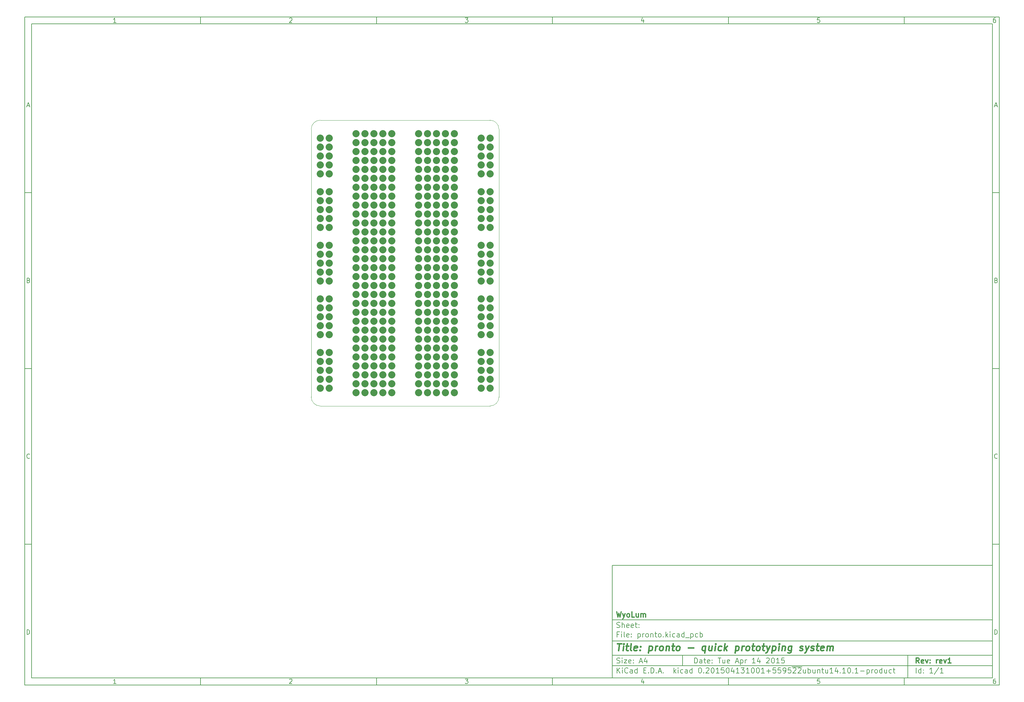
<source format=gts>
G04 #@! TF.FileFunction,Soldermask,Top*
%FSLAX46Y46*%
G04 Gerber Fmt 4.6, Leading zero omitted, Abs format (unit mm)*
G04 Created by KiCad (PCBNEW 0.201504131001+5595~22~ubuntu14.10.1-product) date Tue Apr 14 18:12:43 2015*
%MOMM*%
G01*
G04 APERTURE LIST*
%ADD10C,0.100000*%
%ADD11C,0.150000*%
%ADD12C,0.300000*%
%ADD13C,0.400000*%
%ADD14C,2.032000*%
G04 APERTURE END LIST*
D10*
D11*
X177002200Y-166007200D02*
X177002200Y-198007200D01*
X285002200Y-198007200D01*
X285002200Y-166007200D01*
X177002200Y-166007200D01*
D10*
D11*
X10000000Y-10000000D02*
X10000000Y-200007200D01*
X287002200Y-200007200D01*
X287002200Y-10000000D01*
X10000000Y-10000000D01*
D10*
D11*
X12000000Y-12000000D02*
X12000000Y-198007200D01*
X285002200Y-198007200D01*
X285002200Y-12000000D01*
X12000000Y-12000000D01*
D10*
D11*
X60000000Y-12000000D02*
X60000000Y-10000000D01*
D10*
D11*
X110000000Y-12000000D02*
X110000000Y-10000000D01*
D10*
D11*
X160000000Y-12000000D02*
X160000000Y-10000000D01*
D10*
D11*
X210000000Y-12000000D02*
X210000000Y-10000000D01*
D10*
D11*
X260000000Y-12000000D02*
X260000000Y-10000000D01*
D10*
D11*
X35990476Y-11588095D02*
X35247619Y-11588095D01*
X35619048Y-11588095D02*
X35619048Y-10288095D01*
X35495238Y-10473810D01*
X35371429Y-10597619D01*
X35247619Y-10659524D01*
D10*
D11*
X85247619Y-10411905D02*
X85309524Y-10350000D01*
X85433333Y-10288095D01*
X85742857Y-10288095D01*
X85866667Y-10350000D01*
X85928571Y-10411905D01*
X85990476Y-10535714D01*
X85990476Y-10659524D01*
X85928571Y-10845238D01*
X85185714Y-11588095D01*
X85990476Y-11588095D01*
D10*
D11*
X135185714Y-10288095D02*
X135990476Y-10288095D01*
X135557143Y-10783333D01*
X135742857Y-10783333D01*
X135866667Y-10845238D01*
X135928571Y-10907143D01*
X135990476Y-11030952D01*
X135990476Y-11340476D01*
X135928571Y-11464286D01*
X135866667Y-11526190D01*
X135742857Y-11588095D01*
X135371429Y-11588095D01*
X135247619Y-11526190D01*
X135185714Y-11464286D01*
D10*
D11*
X185866667Y-10721429D02*
X185866667Y-11588095D01*
X185557143Y-10226190D02*
X185247619Y-11154762D01*
X186052381Y-11154762D01*
D10*
D11*
X235928571Y-10288095D02*
X235309524Y-10288095D01*
X235247619Y-10907143D01*
X235309524Y-10845238D01*
X235433333Y-10783333D01*
X235742857Y-10783333D01*
X235866667Y-10845238D01*
X235928571Y-10907143D01*
X235990476Y-11030952D01*
X235990476Y-11340476D01*
X235928571Y-11464286D01*
X235866667Y-11526190D01*
X235742857Y-11588095D01*
X235433333Y-11588095D01*
X235309524Y-11526190D01*
X235247619Y-11464286D01*
D10*
D11*
X285866667Y-10288095D02*
X285619048Y-10288095D01*
X285495238Y-10350000D01*
X285433333Y-10411905D01*
X285309524Y-10597619D01*
X285247619Y-10845238D01*
X285247619Y-11340476D01*
X285309524Y-11464286D01*
X285371429Y-11526190D01*
X285495238Y-11588095D01*
X285742857Y-11588095D01*
X285866667Y-11526190D01*
X285928571Y-11464286D01*
X285990476Y-11340476D01*
X285990476Y-11030952D01*
X285928571Y-10907143D01*
X285866667Y-10845238D01*
X285742857Y-10783333D01*
X285495238Y-10783333D01*
X285371429Y-10845238D01*
X285309524Y-10907143D01*
X285247619Y-11030952D01*
D10*
D11*
X60000000Y-198007200D02*
X60000000Y-200007200D01*
D10*
D11*
X110000000Y-198007200D02*
X110000000Y-200007200D01*
D10*
D11*
X160000000Y-198007200D02*
X160000000Y-200007200D01*
D10*
D11*
X210000000Y-198007200D02*
X210000000Y-200007200D01*
D10*
D11*
X260000000Y-198007200D02*
X260000000Y-200007200D01*
D10*
D11*
X35990476Y-199595295D02*
X35247619Y-199595295D01*
X35619048Y-199595295D02*
X35619048Y-198295295D01*
X35495238Y-198481010D01*
X35371429Y-198604819D01*
X35247619Y-198666724D01*
D10*
D11*
X85247619Y-198419105D02*
X85309524Y-198357200D01*
X85433333Y-198295295D01*
X85742857Y-198295295D01*
X85866667Y-198357200D01*
X85928571Y-198419105D01*
X85990476Y-198542914D01*
X85990476Y-198666724D01*
X85928571Y-198852438D01*
X85185714Y-199595295D01*
X85990476Y-199595295D01*
D10*
D11*
X135185714Y-198295295D02*
X135990476Y-198295295D01*
X135557143Y-198790533D01*
X135742857Y-198790533D01*
X135866667Y-198852438D01*
X135928571Y-198914343D01*
X135990476Y-199038152D01*
X135990476Y-199347676D01*
X135928571Y-199471486D01*
X135866667Y-199533390D01*
X135742857Y-199595295D01*
X135371429Y-199595295D01*
X135247619Y-199533390D01*
X135185714Y-199471486D01*
D10*
D11*
X185866667Y-198728629D02*
X185866667Y-199595295D01*
X185557143Y-198233390D02*
X185247619Y-199161962D01*
X186052381Y-199161962D01*
D10*
D11*
X235928571Y-198295295D02*
X235309524Y-198295295D01*
X235247619Y-198914343D01*
X235309524Y-198852438D01*
X235433333Y-198790533D01*
X235742857Y-198790533D01*
X235866667Y-198852438D01*
X235928571Y-198914343D01*
X235990476Y-199038152D01*
X235990476Y-199347676D01*
X235928571Y-199471486D01*
X235866667Y-199533390D01*
X235742857Y-199595295D01*
X235433333Y-199595295D01*
X235309524Y-199533390D01*
X235247619Y-199471486D01*
D10*
D11*
X285866667Y-198295295D02*
X285619048Y-198295295D01*
X285495238Y-198357200D01*
X285433333Y-198419105D01*
X285309524Y-198604819D01*
X285247619Y-198852438D01*
X285247619Y-199347676D01*
X285309524Y-199471486D01*
X285371429Y-199533390D01*
X285495238Y-199595295D01*
X285742857Y-199595295D01*
X285866667Y-199533390D01*
X285928571Y-199471486D01*
X285990476Y-199347676D01*
X285990476Y-199038152D01*
X285928571Y-198914343D01*
X285866667Y-198852438D01*
X285742857Y-198790533D01*
X285495238Y-198790533D01*
X285371429Y-198852438D01*
X285309524Y-198914343D01*
X285247619Y-199038152D01*
D10*
D11*
X10000000Y-60000000D02*
X12000000Y-60000000D01*
D10*
D11*
X10000000Y-110000000D02*
X12000000Y-110000000D01*
D10*
D11*
X10000000Y-160000000D02*
X12000000Y-160000000D01*
D10*
D11*
X10690476Y-35216667D02*
X11309524Y-35216667D01*
X10566667Y-35588095D02*
X11000000Y-34288095D01*
X11433333Y-35588095D01*
D10*
D11*
X11092857Y-84907143D02*
X11278571Y-84969048D01*
X11340476Y-85030952D01*
X11402381Y-85154762D01*
X11402381Y-85340476D01*
X11340476Y-85464286D01*
X11278571Y-85526190D01*
X11154762Y-85588095D01*
X10659524Y-85588095D01*
X10659524Y-84288095D01*
X11092857Y-84288095D01*
X11216667Y-84350000D01*
X11278571Y-84411905D01*
X11340476Y-84535714D01*
X11340476Y-84659524D01*
X11278571Y-84783333D01*
X11216667Y-84845238D01*
X11092857Y-84907143D01*
X10659524Y-84907143D01*
D10*
D11*
X11402381Y-135464286D02*
X11340476Y-135526190D01*
X11154762Y-135588095D01*
X11030952Y-135588095D01*
X10845238Y-135526190D01*
X10721429Y-135402381D01*
X10659524Y-135278571D01*
X10597619Y-135030952D01*
X10597619Y-134845238D01*
X10659524Y-134597619D01*
X10721429Y-134473810D01*
X10845238Y-134350000D01*
X11030952Y-134288095D01*
X11154762Y-134288095D01*
X11340476Y-134350000D01*
X11402381Y-134411905D01*
D10*
D11*
X10659524Y-185588095D02*
X10659524Y-184288095D01*
X10969048Y-184288095D01*
X11154762Y-184350000D01*
X11278571Y-184473810D01*
X11340476Y-184597619D01*
X11402381Y-184845238D01*
X11402381Y-185030952D01*
X11340476Y-185278571D01*
X11278571Y-185402381D01*
X11154762Y-185526190D01*
X10969048Y-185588095D01*
X10659524Y-185588095D01*
D10*
D11*
X287002200Y-60000000D02*
X285002200Y-60000000D01*
D10*
D11*
X287002200Y-110000000D02*
X285002200Y-110000000D01*
D10*
D11*
X287002200Y-160000000D02*
X285002200Y-160000000D01*
D10*
D11*
X285692676Y-35216667D02*
X286311724Y-35216667D01*
X285568867Y-35588095D02*
X286002200Y-34288095D01*
X286435533Y-35588095D01*
D10*
D11*
X286095057Y-84907143D02*
X286280771Y-84969048D01*
X286342676Y-85030952D01*
X286404581Y-85154762D01*
X286404581Y-85340476D01*
X286342676Y-85464286D01*
X286280771Y-85526190D01*
X286156962Y-85588095D01*
X285661724Y-85588095D01*
X285661724Y-84288095D01*
X286095057Y-84288095D01*
X286218867Y-84350000D01*
X286280771Y-84411905D01*
X286342676Y-84535714D01*
X286342676Y-84659524D01*
X286280771Y-84783333D01*
X286218867Y-84845238D01*
X286095057Y-84907143D01*
X285661724Y-84907143D01*
D10*
D11*
X286404581Y-135464286D02*
X286342676Y-135526190D01*
X286156962Y-135588095D01*
X286033152Y-135588095D01*
X285847438Y-135526190D01*
X285723629Y-135402381D01*
X285661724Y-135278571D01*
X285599819Y-135030952D01*
X285599819Y-134845238D01*
X285661724Y-134597619D01*
X285723629Y-134473810D01*
X285847438Y-134350000D01*
X286033152Y-134288095D01*
X286156962Y-134288095D01*
X286342676Y-134350000D01*
X286404581Y-134411905D01*
D10*
D11*
X285661724Y-185588095D02*
X285661724Y-184288095D01*
X285971248Y-184288095D01*
X286156962Y-184350000D01*
X286280771Y-184473810D01*
X286342676Y-184597619D01*
X286404581Y-184845238D01*
X286404581Y-185030952D01*
X286342676Y-185278571D01*
X286280771Y-185402381D01*
X286156962Y-185526190D01*
X285971248Y-185588095D01*
X285661724Y-185588095D01*
D10*
D11*
X200359343Y-193785771D02*
X200359343Y-192285771D01*
X200716486Y-192285771D01*
X200930771Y-192357200D01*
X201073629Y-192500057D01*
X201145057Y-192642914D01*
X201216486Y-192928629D01*
X201216486Y-193142914D01*
X201145057Y-193428629D01*
X201073629Y-193571486D01*
X200930771Y-193714343D01*
X200716486Y-193785771D01*
X200359343Y-193785771D01*
X202502200Y-193785771D02*
X202502200Y-193000057D01*
X202430771Y-192857200D01*
X202287914Y-192785771D01*
X202002200Y-192785771D01*
X201859343Y-192857200D01*
X202502200Y-193714343D02*
X202359343Y-193785771D01*
X202002200Y-193785771D01*
X201859343Y-193714343D01*
X201787914Y-193571486D01*
X201787914Y-193428629D01*
X201859343Y-193285771D01*
X202002200Y-193214343D01*
X202359343Y-193214343D01*
X202502200Y-193142914D01*
X203002200Y-192785771D02*
X203573629Y-192785771D01*
X203216486Y-192285771D02*
X203216486Y-193571486D01*
X203287914Y-193714343D01*
X203430772Y-193785771D01*
X203573629Y-193785771D01*
X204645057Y-193714343D02*
X204502200Y-193785771D01*
X204216486Y-193785771D01*
X204073629Y-193714343D01*
X204002200Y-193571486D01*
X204002200Y-193000057D01*
X204073629Y-192857200D01*
X204216486Y-192785771D01*
X204502200Y-192785771D01*
X204645057Y-192857200D01*
X204716486Y-193000057D01*
X204716486Y-193142914D01*
X204002200Y-193285771D01*
X205359343Y-193642914D02*
X205430771Y-193714343D01*
X205359343Y-193785771D01*
X205287914Y-193714343D01*
X205359343Y-193642914D01*
X205359343Y-193785771D01*
X205359343Y-192857200D02*
X205430771Y-192928629D01*
X205359343Y-193000057D01*
X205287914Y-192928629D01*
X205359343Y-192857200D01*
X205359343Y-193000057D01*
X207002200Y-192285771D02*
X207859343Y-192285771D01*
X207430772Y-193785771D02*
X207430772Y-192285771D01*
X209002200Y-192785771D02*
X209002200Y-193785771D01*
X208359343Y-192785771D02*
X208359343Y-193571486D01*
X208430771Y-193714343D01*
X208573629Y-193785771D01*
X208787914Y-193785771D01*
X208930771Y-193714343D01*
X209002200Y-193642914D01*
X210287914Y-193714343D02*
X210145057Y-193785771D01*
X209859343Y-193785771D01*
X209716486Y-193714343D01*
X209645057Y-193571486D01*
X209645057Y-193000057D01*
X209716486Y-192857200D01*
X209859343Y-192785771D01*
X210145057Y-192785771D01*
X210287914Y-192857200D01*
X210359343Y-193000057D01*
X210359343Y-193142914D01*
X209645057Y-193285771D01*
X212073628Y-193357200D02*
X212787914Y-193357200D01*
X211930771Y-193785771D02*
X212430771Y-192285771D01*
X212930771Y-193785771D01*
X213430771Y-192785771D02*
X213430771Y-194285771D01*
X213430771Y-192857200D02*
X213573628Y-192785771D01*
X213859342Y-192785771D01*
X214002199Y-192857200D01*
X214073628Y-192928629D01*
X214145057Y-193071486D01*
X214145057Y-193500057D01*
X214073628Y-193642914D01*
X214002199Y-193714343D01*
X213859342Y-193785771D01*
X213573628Y-193785771D01*
X213430771Y-193714343D01*
X214787914Y-193785771D02*
X214787914Y-192785771D01*
X214787914Y-193071486D02*
X214859342Y-192928629D01*
X214930771Y-192857200D01*
X215073628Y-192785771D01*
X215216485Y-192785771D01*
X217645056Y-193785771D02*
X216787913Y-193785771D01*
X217216485Y-193785771D02*
X217216485Y-192285771D01*
X217073628Y-192500057D01*
X216930770Y-192642914D01*
X216787913Y-192714343D01*
X218930770Y-192785771D02*
X218930770Y-193785771D01*
X218573627Y-192214343D02*
X218216484Y-193285771D01*
X219145056Y-193285771D01*
X220787912Y-192428629D02*
X220859341Y-192357200D01*
X221002198Y-192285771D01*
X221359341Y-192285771D01*
X221502198Y-192357200D01*
X221573627Y-192428629D01*
X221645055Y-192571486D01*
X221645055Y-192714343D01*
X221573627Y-192928629D01*
X220716484Y-193785771D01*
X221645055Y-193785771D01*
X222573626Y-192285771D02*
X222716483Y-192285771D01*
X222859340Y-192357200D01*
X222930769Y-192428629D01*
X223002198Y-192571486D01*
X223073626Y-192857200D01*
X223073626Y-193214343D01*
X223002198Y-193500057D01*
X222930769Y-193642914D01*
X222859340Y-193714343D01*
X222716483Y-193785771D01*
X222573626Y-193785771D01*
X222430769Y-193714343D01*
X222359340Y-193642914D01*
X222287912Y-193500057D01*
X222216483Y-193214343D01*
X222216483Y-192857200D01*
X222287912Y-192571486D01*
X222359340Y-192428629D01*
X222430769Y-192357200D01*
X222573626Y-192285771D01*
X224502197Y-193785771D02*
X223645054Y-193785771D01*
X224073626Y-193785771D02*
X224073626Y-192285771D01*
X223930769Y-192500057D01*
X223787911Y-192642914D01*
X223645054Y-192714343D01*
X225859340Y-192285771D02*
X225145054Y-192285771D01*
X225073625Y-193000057D01*
X225145054Y-192928629D01*
X225287911Y-192857200D01*
X225645054Y-192857200D01*
X225787911Y-192928629D01*
X225859340Y-193000057D01*
X225930768Y-193142914D01*
X225930768Y-193500057D01*
X225859340Y-193642914D01*
X225787911Y-193714343D01*
X225645054Y-193785771D01*
X225287911Y-193785771D01*
X225145054Y-193714343D01*
X225073625Y-193642914D01*
D10*
D11*
X177002200Y-194507200D02*
X285002200Y-194507200D01*
D10*
D11*
X178359343Y-196585771D02*
X178359343Y-195085771D01*
X179216486Y-196585771D02*
X178573629Y-195728629D01*
X179216486Y-195085771D02*
X178359343Y-195942914D01*
X179859343Y-196585771D02*
X179859343Y-195585771D01*
X179859343Y-195085771D02*
X179787914Y-195157200D01*
X179859343Y-195228629D01*
X179930771Y-195157200D01*
X179859343Y-195085771D01*
X179859343Y-195228629D01*
X181430772Y-196442914D02*
X181359343Y-196514343D01*
X181145057Y-196585771D01*
X181002200Y-196585771D01*
X180787915Y-196514343D01*
X180645057Y-196371486D01*
X180573629Y-196228629D01*
X180502200Y-195942914D01*
X180502200Y-195728629D01*
X180573629Y-195442914D01*
X180645057Y-195300057D01*
X180787915Y-195157200D01*
X181002200Y-195085771D01*
X181145057Y-195085771D01*
X181359343Y-195157200D01*
X181430772Y-195228629D01*
X182716486Y-196585771D02*
X182716486Y-195800057D01*
X182645057Y-195657200D01*
X182502200Y-195585771D01*
X182216486Y-195585771D01*
X182073629Y-195657200D01*
X182716486Y-196514343D02*
X182573629Y-196585771D01*
X182216486Y-196585771D01*
X182073629Y-196514343D01*
X182002200Y-196371486D01*
X182002200Y-196228629D01*
X182073629Y-196085771D01*
X182216486Y-196014343D01*
X182573629Y-196014343D01*
X182716486Y-195942914D01*
X184073629Y-196585771D02*
X184073629Y-195085771D01*
X184073629Y-196514343D02*
X183930772Y-196585771D01*
X183645058Y-196585771D01*
X183502200Y-196514343D01*
X183430772Y-196442914D01*
X183359343Y-196300057D01*
X183359343Y-195871486D01*
X183430772Y-195728629D01*
X183502200Y-195657200D01*
X183645058Y-195585771D01*
X183930772Y-195585771D01*
X184073629Y-195657200D01*
X185930772Y-195800057D02*
X186430772Y-195800057D01*
X186645058Y-196585771D02*
X185930772Y-196585771D01*
X185930772Y-195085771D01*
X186645058Y-195085771D01*
X187287915Y-196442914D02*
X187359343Y-196514343D01*
X187287915Y-196585771D01*
X187216486Y-196514343D01*
X187287915Y-196442914D01*
X187287915Y-196585771D01*
X188002201Y-196585771D02*
X188002201Y-195085771D01*
X188359344Y-195085771D01*
X188573629Y-195157200D01*
X188716487Y-195300057D01*
X188787915Y-195442914D01*
X188859344Y-195728629D01*
X188859344Y-195942914D01*
X188787915Y-196228629D01*
X188716487Y-196371486D01*
X188573629Y-196514343D01*
X188359344Y-196585771D01*
X188002201Y-196585771D01*
X189502201Y-196442914D02*
X189573629Y-196514343D01*
X189502201Y-196585771D01*
X189430772Y-196514343D01*
X189502201Y-196442914D01*
X189502201Y-196585771D01*
X190145058Y-196157200D02*
X190859344Y-196157200D01*
X190002201Y-196585771D02*
X190502201Y-195085771D01*
X191002201Y-196585771D01*
X191502201Y-196442914D02*
X191573629Y-196514343D01*
X191502201Y-196585771D01*
X191430772Y-196514343D01*
X191502201Y-196442914D01*
X191502201Y-196585771D01*
X194502201Y-196585771D02*
X194502201Y-195085771D01*
X194645058Y-196014343D02*
X195073629Y-196585771D01*
X195073629Y-195585771D02*
X194502201Y-196157200D01*
X195716487Y-196585771D02*
X195716487Y-195585771D01*
X195716487Y-195085771D02*
X195645058Y-195157200D01*
X195716487Y-195228629D01*
X195787915Y-195157200D01*
X195716487Y-195085771D01*
X195716487Y-195228629D01*
X197073630Y-196514343D02*
X196930773Y-196585771D01*
X196645059Y-196585771D01*
X196502201Y-196514343D01*
X196430773Y-196442914D01*
X196359344Y-196300057D01*
X196359344Y-195871486D01*
X196430773Y-195728629D01*
X196502201Y-195657200D01*
X196645059Y-195585771D01*
X196930773Y-195585771D01*
X197073630Y-195657200D01*
X198359344Y-196585771D02*
X198359344Y-195800057D01*
X198287915Y-195657200D01*
X198145058Y-195585771D01*
X197859344Y-195585771D01*
X197716487Y-195657200D01*
X198359344Y-196514343D02*
X198216487Y-196585771D01*
X197859344Y-196585771D01*
X197716487Y-196514343D01*
X197645058Y-196371486D01*
X197645058Y-196228629D01*
X197716487Y-196085771D01*
X197859344Y-196014343D01*
X198216487Y-196014343D01*
X198359344Y-195942914D01*
X199716487Y-196585771D02*
X199716487Y-195085771D01*
X199716487Y-196514343D02*
X199573630Y-196585771D01*
X199287916Y-196585771D01*
X199145058Y-196514343D01*
X199073630Y-196442914D01*
X199002201Y-196300057D01*
X199002201Y-195871486D01*
X199073630Y-195728629D01*
X199145058Y-195657200D01*
X199287916Y-195585771D01*
X199573630Y-195585771D01*
X199716487Y-195657200D01*
X201859344Y-195085771D02*
X202002201Y-195085771D01*
X202145058Y-195157200D01*
X202216487Y-195228629D01*
X202287916Y-195371486D01*
X202359344Y-195657200D01*
X202359344Y-196014343D01*
X202287916Y-196300057D01*
X202216487Y-196442914D01*
X202145058Y-196514343D01*
X202002201Y-196585771D01*
X201859344Y-196585771D01*
X201716487Y-196514343D01*
X201645058Y-196442914D01*
X201573630Y-196300057D01*
X201502201Y-196014343D01*
X201502201Y-195657200D01*
X201573630Y-195371486D01*
X201645058Y-195228629D01*
X201716487Y-195157200D01*
X201859344Y-195085771D01*
X203002201Y-196442914D02*
X203073629Y-196514343D01*
X203002201Y-196585771D01*
X202930772Y-196514343D01*
X203002201Y-196442914D01*
X203002201Y-196585771D01*
X203645058Y-195228629D02*
X203716487Y-195157200D01*
X203859344Y-195085771D01*
X204216487Y-195085771D01*
X204359344Y-195157200D01*
X204430773Y-195228629D01*
X204502201Y-195371486D01*
X204502201Y-195514343D01*
X204430773Y-195728629D01*
X203573630Y-196585771D01*
X204502201Y-196585771D01*
X205430772Y-195085771D02*
X205573629Y-195085771D01*
X205716486Y-195157200D01*
X205787915Y-195228629D01*
X205859344Y-195371486D01*
X205930772Y-195657200D01*
X205930772Y-196014343D01*
X205859344Y-196300057D01*
X205787915Y-196442914D01*
X205716486Y-196514343D01*
X205573629Y-196585771D01*
X205430772Y-196585771D01*
X205287915Y-196514343D01*
X205216486Y-196442914D01*
X205145058Y-196300057D01*
X205073629Y-196014343D01*
X205073629Y-195657200D01*
X205145058Y-195371486D01*
X205216486Y-195228629D01*
X205287915Y-195157200D01*
X205430772Y-195085771D01*
X207359343Y-196585771D02*
X206502200Y-196585771D01*
X206930772Y-196585771D02*
X206930772Y-195085771D01*
X206787915Y-195300057D01*
X206645057Y-195442914D01*
X206502200Y-195514343D01*
X208716486Y-195085771D02*
X208002200Y-195085771D01*
X207930771Y-195800057D01*
X208002200Y-195728629D01*
X208145057Y-195657200D01*
X208502200Y-195657200D01*
X208645057Y-195728629D01*
X208716486Y-195800057D01*
X208787914Y-195942914D01*
X208787914Y-196300057D01*
X208716486Y-196442914D01*
X208645057Y-196514343D01*
X208502200Y-196585771D01*
X208145057Y-196585771D01*
X208002200Y-196514343D01*
X207930771Y-196442914D01*
X209716485Y-195085771D02*
X209859342Y-195085771D01*
X210002199Y-195157200D01*
X210073628Y-195228629D01*
X210145057Y-195371486D01*
X210216485Y-195657200D01*
X210216485Y-196014343D01*
X210145057Y-196300057D01*
X210073628Y-196442914D01*
X210002199Y-196514343D01*
X209859342Y-196585771D01*
X209716485Y-196585771D01*
X209573628Y-196514343D01*
X209502199Y-196442914D01*
X209430771Y-196300057D01*
X209359342Y-196014343D01*
X209359342Y-195657200D01*
X209430771Y-195371486D01*
X209502199Y-195228629D01*
X209573628Y-195157200D01*
X209716485Y-195085771D01*
X211502199Y-195585771D02*
X211502199Y-196585771D01*
X211145056Y-195014343D02*
X210787913Y-196085771D01*
X211716485Y-196085771D01*
X213073627Y-196585771D02*
X212216484Y-196585771D01*
X212645056Y-196585771D02*
X212645056Y-195085771D01*
X212502199Y-195300057D01*
X212359341Y-195442914D01*
X212216484Y-195514343D01*
X213573627Y-195085771D02*
X214502198Y-195085771D01*
X214002198Y-195657200D01*
X214216484Y-195657200D01*
X214359341Y-195728629D01*
X214430770Y-195800057D01*
X214502198Y-195942914D01*
X214502198Y-196300057D01*
X214430770Y-196442914D01*
X214359341Y-196514343D01*
X214216484Y-196585771D01*
X213787912Y-196585771D01*
X213645055Y-196514343D01*
X213573627Y-196442914D01*
X215930769Y-196585771D02*
X215073626Y-196585771D01*
X215502198Y-196585771D02*
X215502198Y-195085771D01*
X215359341Y-195300057D01*
X215216483Y-195442914D01*
X215073626Y-195514343D01*
X216859340Y-195085771D02*
X217002197Y-195085771D01*
X217145054Y-195157200D01*
X217216483Y-195228629D01*
X217287912Y-195371486D01*
X217359340Y-195657200D01*
X217359340Y-196014343D01*
X217287912Y-196300057D01*
X217216483Y-196442914D01*
X217145054Y-196514343D01*
X217002197Y-196585771D01*
X216859340Y-196585771D01*
X216716483Y-196514343D01*
X216645054Y-196442914D01*
X216573626Y-196300057D01*
X216502197Y-196014343D01*
X216502197Y-195657200D01*
X216573626Y-195371486D01*
X216645054Y-195228629D01*
X216716483Y-195157200D01*
X216859340Y-195085771D01*
X218287911Y-195085771D02*
X218430768Y-195085771D01*
X218573625Y-195157200D01*
X218645054Y-195228629D01*
X218716483Y-195371486D01*
X218787911Y-195657200D01*
X218787911Y-196014343D01*
X218716483Y-196300057D01*
X218645054Y-196442914D01*
X218573625Y-196514343D01*
X218430768Y-196585771D01*
X218287911Y-196585771D01*
X218145054Y-196514343D01*
X218073625Y-196442914D01*
X218002197Y-196300057D01*
X217930768Y-196014343D01*
X217930768Y-195657200D01*
X218002197Y-195371486D01*
X218073625Y-195228629D01*
X218145054Y-195157200D01*
X218287911Y-195085771D01*
X220216482Y-196585771D02*
X219359339Y-196585771D01*
X219787911Y-196585771D02*
X219787911Y-195085771D01*
X219645054Y-195300057D01*
X219502196Y-195442914D01*
X219359339Y-195514343D01*
X220859339Y-196014343D02*
X222002196Y-196014343D01*
X221430767Y-196585771D02*
X221430767Y-195442914D01*
X223430768Y-195085771D02*
X222716482Y-195085771D01*
X222645053Y-195800057D01*
X222716482Y-195728629D01*
X222859339Y-195657200D01*
X223216482Y-195657200D01*
X223359339Y-195728629D01*
X223430768Y-195800057D01*
X223502196Y-195942914D01*
X223502196Y-196300057D01*
X223430768Y-196442914D01*
X223359339Y-196514343D01*
X223216482Y-196585771D01*
X222859339Y-196585771D01*
X222716482Y-196514343D01*
X222645053Y-196442914D01*
X224859339Y-195085771D02*
X224145053Y-195085771D01*
X224073624Y-195800057D01*
X224145053Y-195728629D01*
X224287910Y-195657200D01*
X224645053Y-195657200D01*
X224787910Y-195728629D01*
X224859339Y-195800057D01*
X224930767Y-195942914D01*
X224930767Y-196300057D01*
X224859339Y-196442914D01*
X224787910Y-196514343D01*
X224645053Y-196585771D01*
X224287910Y-196585771D01*
X224145053Y-196514343D01*
X224073624Y-196442914D01*
X225645052Y-196585771D02*
X225930767Y-196585771D01*
X226073624Y-196514343D01*
X226145052Y-196442914D01*
X226287910Y-196228629D01*
X226359338Y-195942914D01*
X226359338Y-195371486D01*
X226287910Y-195228629D01*
X226216481Y-195157200D01*
X226073624Y-195085771D01*
X225787910Y-195085771D01*
X225645052Y-195157200D01*
X225573624Y-195228629D01*
X225502195Y-195371486D01*
X225502195Y-195728629D01*
X225573624Y-195871486D01*
X225645052Y-195942914D01*
X225787910Y-196014343D01*
X226073624Y-196014343D01*
X226216481Y-195942914D01*
X226287910Y-195871486D01*
X226359338Y-195728629D01*
X227716481Y-195085771D02*
X227002195Y-195085771D01*
X226930766Y-195800057D01*
X227002195Y-195728629D01*
X227145052Y-195657200D01*
X227502195Y-195657200D01*
X227645052Y-195728629D01*
X227716481Y-195800057D01*
X227787909Y-195942914D01*
X227787909Y-196300057D01*
X227716481Y-196442914D01*
X227645052Y-196514343D01*
X227502195Y-196585771D01*
X227145052Y-196585771D01*
X227002195Y-196514343D01*
X226930766Y-196442914D01*
X228359337Y-195228629D02*
X228430766Y-195157200D01*
X228573623Y-195085771D01*
X228930766Y-195085771D01*
X229073623Y-195157200D01*
X229145052Y-195228629D01*
X229216480Y-195371486D01*
X229216480Y-195514343D01*
X229145052Y-195728629D01*
X228287909Y-196585771D01*
X229216480Y-196585771D01*
X229787908Y-195228629D02*
X229859337Y-195157200D01*
X230002194Y-195085771D01*
X230359337Y-195085771D01*
X230502194Y-195157200D01*
X230573623Y-195228629D01*
X230645051Y-195371486D01*
X230645051Y-195514343D01*
X230573623Y-195728629D01*
X229716480Y-196585771D01*
X230645051Y-196585771D01*
X228073623Y-194827200D02*
X230930765Y-194827200D01*
X231930765Y-195585771D02*
X231930765Y-196585771D01*
X231287908Y-195585771D02*
X231287908Y-196371486D01*
X231359336Y-196514343D01*
X231502194Y-196585771D01*
X231716479Y-196585771D01*
X231859336Y-196514343D01*
X231930765Y-196442914D01*
X232645051Y-196585771D02*
X232645051Y-195085771D01*
X232645051Y-195657200D02*
X232787908Y-195585771D01*
X233073622Y-195585771D01*
X233216479Y-195657200D01*
X233287908Y-195728629D01*
X233359337Y-195871486D01*
X233359337Y-196300057D01*
X233287908Y-196442914D01*
X233216479Y-196514343D01*
X233073622Y-196585771D01*
X232787908Y-196585771D01*
X232645051Y-196514343D01*
X234645051Y-195585771D02*
X234645051Y-196585771D01*
X234002194Y-195585771D02*
X234002194Y-196371486D01*
X234073622Y-196514343D01*
X234216480Y-196585771D01*
X234430765Y-196585771D01*
X234573622Y-196514343D01*
X234645051Y-196442914D01*
X235359337Y-195585771D02*
X235359337Y-196585771D01*
X235359337Y-195728629D02*
X235430765Y-195657200D01*
X235573623Y-195585771D01*
X235787908Y-195585771D01*
X235930765Y-195657200D01*
X236002194Y-195800057D01*
X236002194Y-196585771D01*
X236502194Y-195585771D02*
X237073623Y-195585771D01*
X236716480Y-195085771D02*
X236716480Y-196371486D01*
X236787908Y-196514343D01*
X236930766Y-196585771D01*
X237073623Y-196585771D01*
X238216480Y-195585771D02*
X238216480Y-196585771D01*
X237573623Y-195585771D02*
X237573623Y-196371486D01*
X237645051Y-196514343D01*
X237787909Y-196585771D01*
X238002194Y-196585771D01*
X238145051Y-196514343D01*
X238216480Y-196442914D01*
X239716480Y-196585771D02*
X238859337Y-196585771D01*
X239287909Y-196585771D02*
X239287909Y-195085771D01*
X239145052Y-195300057D01*
X239002194Y-195442914D01*
X238859337Y-195514343D01*
X241002194Y-195585771D02*
X241002194Y-196585771D01*
X240645051Y-195014343D02*
X240287908Y-196085771D01*
X241216480Y-196085771D01*
X241787908Y-196442914D02*
X241859336Y-196514343D01*
X241787908Y-196585771D01*
X241716479Y-196514343D01*
X241787908Y-196442914D01*
X241787908Y-196585771D01*
X243287908Y-196585771D02*
X242430765Y-196585771D01*
X242859337Y-196585771D02*
X242859337Y-195085771D01*
X242716480Y-195300057D01*
X242573622Y-195442914D01*
X242430765Y-195514343D01*
X244216479Y-195085771D02*
X244359336Y-195085771D01*
X244502193Y-195157200D01*
X244573622Y-195228629D01*
X244645051Y-195371486D01*
X244716479Y-195657200D01*
X244716479Y-196014343D01*
X244645051Y-196300057D01*
X244573622Y-196442914D01*
X244502193Y-196514343D01*
X244359336Y-196585771D01*
X244216479Y-196585771D01*
X244073622Y-196514343D01*
X244002193Y-196442914D01*
X243930765Y-196300057D01*
X243859336Y-196014343D01*
X243859336Y-195657200D01*
X243930765Y-195371486D01*
X244002193Y-195228629D01*
X244073622Y-195157200D01*
X244216479Y-195085771D01*
X245359336Y-196442914D02*
X245430764Y-196514343D01*
X245359336Y-196585771D01*
X245287907Y-196514343D01*
X245359336Y-196442914D01*
X245359336Y-196585771D01*
X246859336Y-196585771D02*
X246002193Y-196585771D01*
X246430765Y-196585771D02*
X246430765Y-195085771D01*
X246287908Y-195300057D01*
X246145050Y-195442914D01*
X246002193Y-195514343D01*
X247502193Y-196014343D02*
X248645050Y-196014343D01*
X249359336Y-195585771D02*
X249359336Y-197085771D01*
X249359336Y-195657200D02*
X249502193Y-195585771D01*
X249787907Y-195585771D01*
X249930764Y-195657200D01*
X250002193Y-195728629D01*
X250073622Y-195871486D01*
X250073622Y-196300057D01*
X250002193Y-196442914D01*
X249930764Y-196514343D01*
X249787907Y-196585771D01*
X249502193Y-196585771D01*
X249359336Y-196514343D01*
X250716479Y-196585771D02*
X250716479Y-195585771D01*
X250716479Y-195871486D02*
X250787907Y-195728629D01*
X250859336Y-195657200D01*
X251002193Y-195585771D01*
X251145050Y-195585771D01*
X251859336Y-196585771D02*
X251716478Y-196514343D01*
X251645050Y-196442914D01*
X251573621Y-196300057D01*
X251573621Y-195871486D01*
X251645050Y-195728629D01*
X251716478Y-195657200D01*
X251859336Y-195585771D01*
X252073621Y-195585771D01*
X252216478Y-195657200D01*
X252287907Y-195728629D01*
X252359336Y-195871486D01*
X252359336Y-196300057D01*
X252287907Y-196442914D01*
X252216478Y-196514343D01*
X252073621Y-196585771D01*
X251859336Y-196585771D01*
X253645050Y-196585771D02*
X253645050Y-195085771D01*
X253645050Y-196514343D02*
X253502193Y-196585771D01*
X253216479Y-196585771D01*
X253073621Y-196514343D01*
X253002193Y-196442914D01*
X252930764Y-196300057D01*
X252930764Y-195871486D01*
X253002193Y-195728629D01*
X253073621Y-195657200D01*
X253216479Y-195585771D01*
X253502193Y-195585771D01*
X253645050Y-195657200D01*
X255002193Y-195585771D02*
X255002193Y-196585771D01*
X254359336Y-195585771D02*
X254359336Y-196371486D01*
X254430764Y-196514343D01*
X254573622Y-196585771D01*
X254787907Y-196585771D01*
X254930764Y-196514343D01*
X255002193Y-196442914D01*
X256359336Y-196514343D02*
X256216479Y-196585771D01*
X255930765Y-196585771D01*
X255787907Y-196514343D01*
X255716479Y-196442914D01*
X255645050Y-196300057D01*
X255645050Y-195871486D01*
X255716479Y-195728629D01*
X255787907Y-195657200D01*
X255930765Y-195585771D01*
X256216479Y-195585771D01*
X256359336Y-195657200D01*
X256787907Y-195585771D02*
X257359336Y-195585771D01*
X257002193Y-195085771D02*
X257002193Y-196371486D01*
X257073621Y-196514343D01*
X257216479Y-196585771D01*
X257359336Y-196585771D01*
D10*
D11*
X177002200Y-191507200D02*
X285002200Y-191507200D01*
D10*
D12*
X264216486Y-193785771D02*
X263716486Y-193071486D01*
X263359343Y-193785771D02*
X263359343Y-192285771D01*
X263930771Y-192285771D01*
X264073629Y-192357200D01*
X264145057Y-192428629D01*
X264216486Y-192571486D01*
X264216486Y-192785771D01*
X264145057Y-192928629D01*
X264073629Y-193000057D01*
X263930771Y-193071486D01*
X263359343Y-193071486D01*
X265430771Y-193714343D02*
X265287914Y-193785771D01*
X265002200Y-193785771D01*
X264859343Y-193714343D01*
X264787914Y-193571486D01*
X264787914Y-193000057D01*
X264859343Y-192857200D01*
X265002200Y-192785771D01*
X265287914Y-192785771D01*
X265430771Y-192857200D01*
X265502200Y-193000057D01*
X265502200Y-193142914D01*
X264787914Y-193285771D01*
X266002200Y-192785771D02*
X266359343Y-193785771D01*
X266716485Y-192785771D01*
X267287914Y-193642914D02*
X267359342Y-193714343D01*
X267287914Y-193785771D01*
X267216485Y-193714343D01*
X267287914Y-193642914D01*
X267287914Y-193785771D01*
X267287914Y-192857200D02*
X267359342Y-192928629D01*
X267287914Y-193000057D01*
X267216485Y-192928629D01*
X267287914Y-192857200D01*
X267287914Y-193000057D01*
X269145057Y-193785771D02*
X269145057Y-192785771D01*
X269145057Y-193071486D02*
X269216485Y-192928629D01*
X269287914Y-192857200D01*
X269430771Y-192785771D01*
X269573628Y-192785771D01*
X270645056Y-193714343D02*
X270502199Y-193785771D01*
X270216485Y-193785771D01*
X270073628Y-193714343D01*
X270002199Y-193571486D01*
X270002199Y-193000057D01*
X270073628Y-192857200D01*
X270216485Y-192785771D01*
X270502199Y-192785771D01*
X270645056Y-192857200D01*
X270716485Y-193000057D01*
X270716485Y-193142914D01*
X270002199Y-193285771D01*
X271216485Y-192785771D02*
X271573628Y-193785771D01*
X271930770Y-192785771D01*
X273287913Y-193785771D02*
X272430770Y-193785771D01*
X272859342Y-193785771D02*
X272859342Y-192285771D01*
X272716485Y-192500057D01*
X272573627Y-192642914D01*
X272430770Y-192714343D01*
D10*
D11*
X178287914Y-193714343D02*
X178502200Y-193785771D01*
X178859343Y-193785771D01*
X179002200Y-193714343D01*
X179073629Y-193642914D01*
X179145057Y-193500057D01*
X179145057Y-193357200D01*
X179073629Y-193214343D01*
X179002200Y-193142914D01*
X178859343Y-193071486D01*
X178573629Y-193000057D01*
X178430771Y-192928629D01*
X178359343Y-192857200D01*
X178287914Y-192714343D01*
X178287914Y-192571486D01*
X178359343Y-192428629D01*
X178430771Y-192357200D01*
X178573629Y-192285771D01*
X178930771Y-192285771D01*
X179145057Y-192357200D01*
X179787914Y-193785771D02*
X179787914Y-192785771D01*
X179787914Y-192285771D02*
X179716485Y-192357200D01*
X179787914Y-192428629D01*
X179859342Y-192357200D01*
X179787914Y-192285771D01*
X179787914Y-192428629D01*
X180359343Y-192785771D02*
X181145057Y-192785771D01*
X180359343Y-193785771D01*
X181145057Y-193785771D01*
X182287914Y-193714343D02*
X182145057Y-193785771D01*
X181859343Y-193785771D01*
X181716486Y-193714343D01*
X181645057Y-193571486D01*
X181645057Y-193000057D01*
X181716486Y-192857200D01*
X181859343Y-192785771D01*
X182145057Y-192785771D01*
X182287914Y-192857200D01*
X182359343Y-193000057D01*
X182359343Y-193142914D01*
X181645057Y-193285771D01*
X183002200Y-193642914D02*
X183073628Y-193714343D01*
X183002200Y-193785771D01*
X182930771Y-193714343D01*
X183002200Y-193642914D01*
X183002200Y-193785771D01*
X183002200Y-192857200D02*
X183073628Y-192928629D01*
X183002200Y-193000057D01*
X182930771Y-192928629D01*
X183002200Y-192857200D01*
X183002200Y-193000057D01*
X184787914Y-193357200D02*
X185502200Y-193357200D01*
X184645057Y-193785771D02*
X185145057Y-192285771D01*
X185645057Y-193785771D01*
X186787914Y-192785771D02*
X186787914Y-193785771D01*
X186430771Y-192214343D02*
X186073628Y-193285771D01*
X187002200Y-193285771D01*
D10*
D11*
X263359343Y-196585771D02*
X263359343Y-195085771D01*
X264716486Y-196585771D02*
X264716486Y-195085771D01*
X264716486Y-196514343D02*
X264573629Y-196585771D01*
X264287915Y-196585771D01*
X264145057Y-196514343D01*
X264073629Y-196442914D01*
X264002200Y-196300057D01*
X264002200Y-195871486D01*
X264073629Y-195728629D01*
X264145057Y-195657200D01*
X264287915Y-195585771D01*
X264573629Y-195585771D01*
X264716486Y-195657200D01*
X265430772Y-196442914D02*
X265502200Y-196514343D01*
X265430772Y-196585771D01*
X265359343Y-196514343D01*
X265430772Y-196442914D01*
X265430772Y-196585771D01*
X265430772Y-195657200D02*
X265502200Y-195728629D01*
X265430772Y-195800057D01*
X265359343Y-195728629D01*
X265430772Y-195657200D01*
X265430772Y-195800057D01*
X268073629Y-196585771D02*
X267216486Y-196585771D01*
X267645058Y-196585771D02*
X267645058Y-195085771D01*
X267502201Y-195300057D01*
X267359343Y-195442914D01*
X267216486Y-195514343D01*
X269787914Y-195014343D02*
X268502200Y-196942914D01*
X271073629Y-196585771D02*
X270216486Y-196585771D01*
X270645058Y-196585771D02*
X270645058Y-195085771D01*
X270502201Y-195300057D01*
X270359343Y-195442914D01*
X270216486Y-195514343D01*
D10*
D11*
X177002200Y-187507200D02*
X285002200Y-187507200D01*
D10*
D13*
X178454581Y-188211962D02*
X179597438Y-188211962D01*
X178776010Y-190211962D02*
X179026010Y-188211962D01*
X180014105Y-190211962D02*
X180180771Y-188878629D01*
X180264105Y-188211962D02*
X180156962Y-188307200D01*
X180240295Y-188402438D01*
X180347439Y-188307200D01*
X180264105Y-188211962D01*
X180240295Y-188402438D01*
X180847438Y-188878629D02*
X181609343Y-188878629D01*
X181216486Y-188211962D02*
X181002200Y-189926248D01*
X181073630Y-190116724D01*
X181252201Y-190211962D01*
X181442677Y-190211962D01*
X182395058Y-190211962D02*
X182216487Y-190116724D01*
X182145057Y-189926248D01*
X182359343Y-188211962D01*
X183930772Y-190116724D02*
X183728391Y-190211962D01*
X183347439Y-190211962D01*
X183168867Y-190116724D01*
X183097438Y-189926248D01*
X183192676Y-189164343D01*
X183311724Y-188973867D01*
X183514105Y-188878629D01*
X183895057Y-188878629D01*
X184073629Y-188973867D01*
X184145057Y-189164343D01*
X184121248Y-189354819D01*
X183145057Y-189545295D01*
X184895057Y-190021486D02*
X184978392Y-190116724D01*
X184871248Y-190211962D01*
X184787915Y-190116724D01*
X184895057Y-190021486D01*
X184871248Y-190211962D01*
X185026010Y-188973867D02*
X185109344Y-189069105D01*
X185002200Y-189164343D01*
X184918867Y-189069105D01*
X185026010Y-188973867D01*
X185002200Y-189164343D01*
X187514105Y-188878629D02*
X187264105Y-190878629D01*
X187502201Y-188973867D02*
X187704582Y-188878629D01*
X188085534Y-188878629D01*
X188264106Y-188973867D01*
X188347439Y-189069105D01*
X188418867Y-189259581D01*
X188347439Y-189831010D01*
X188228391Y-190021486D01*
X188121249Y-190116724D01*
X187918868Y-190211962D01*
X187537916Y-190211962D01*
X187359344Y-190116724D01*
X189156963Y-190211962D02*
X189323629Y-188878629D01*
X189276010Y-189259581D02*
X189395059Y-189069105D01*
X189502202Y-188973867D01*
X189704582Y-188878629D01*
X189895058Y-188878629D01*
X190680773Y-190211962D02*
X190502202Y-190116724D01*
X190418867Y-190021486D01*
X190347439Y-189831010D01*
X190418867Y-189259581D01*
X190537915Y-189069105D01*
X190645059Y-188973867D01*
X190847439Y-188878629D01*
X191133153Y-188878629D01*
X191311725Y-188973867D01*
X191395058Y-189069105D01*
X191466486Y-189259581D01*
X191395058Y-189831010D01*
X191276010Y-190021486D01*
X191168868Y-190116724D01*
X190966487Y-190211962D01*
X190680773Y-190211962D01*
X192371248Y-188878629D02*
X192204582Y-190211962D01*
X192347439Y-189069105D02*
X192454583Y-188973867D01*
X192656963Y-188878629D01*
X192942677Y-188878629D01*
X193121249Y-188973867D01*
X193192677Y-189164343D01*
X193061725Y-190211962D01*
X193895058Y-188878629D02*
X194656963Y-188878629D01*
X194264106Y-188211962D02*
X194049820Y-189926248D01*
X194121250Y-190116724D01*
X194299821Y-190211962D01*
X194490297Y-190211962D01*
X195442678Y-190211962D02*
X195264107Y-190116724D01*
X195180772Y-190021486D01*
X195109344Y-189831010D01*
X195180772Y-189259581D01*
X195299820Y-189069105D01*
X195406964Y-188973867D01*
X195609344Y-188878629D01*
X195895058Y-188878629D01*
X196073630Y-188973867D01*
X196156963Y-189069105D01*
X196228391Y-189259581D01*
X196156963Y-189831010D01*
X196037915Y-190021486D01*
X195930773Y-190116724D01*
X195728392Y-190211962D01*
X195442678Y-190211962D01*
X198585535Y-189450057D02*
X200109345Y-189450057D01*
X203514106Y-188878629D02*
X203264106Y-190878629D01*
X203359345Y-190116724D02*
X203156964Y-190211962D01*
X202776012Y-190211962D01*
X202597441Y-190116724D01*
X202514106Y-190021486D01*
X202442678Y-189831010D01*
X202514106Y-189259581D01*
X202633154Y-189069105D01*
X202740298Y-188973867D01*
X202942678Y-188878629D01*
X203323630Y-188878629D01*
X203502202Y-188973867D01*
X205323630Y-188878629D02*
X205156964Y-190211962D01*
X204466487Y-188878629D02*
X204335535Y-189926248D01*
X204406965Y-190116724D01*
X204585536Y-190211962D01*
X204871250Y-190211962D01*
X205073631Y-190116724D01*
X205180773Y-190021486D01*
X206109345Y-190211962D02*
X206276011Y-188878629D01*
X206359345Y-188211962D02*
X206252202Y-188307200D01*
X206335535Y-188402438D01*
X206442679Y-188307200D01*
X206359345Y-188211962D01*
X206335535Y-188402438D01*
X207930774Y-190116724D02*
X207728393Y-190211962D01*
X207347441Y-190211962D01*
X207168870Y-190116724D01*
X207085535Y-190021486D01*
X207014107Y-189831010D01*
X207085535Y-189259581D01*
X207204583Y-189069105D01*
X207311727Y-188973867D01*
X207514107Y-188878629D01*
X207895059Y-188878629D01*
X208073631Y-188973867D01*
X208776012Y-190211962D02*
X209026012Y-188211962D01*
X209061727Y-189450057D02*
X209537917Y-190211962D01*
X209704583Y-188878629D02*
X208847440Y-189640533D01*
X212085536Y-188878629D02*
X211835536Y-190878629D01*
X212073632Y-188973867D02*
X212276013Y-188878629D01*
X212656965Y-188878629D01*
X212835537Y-188973867D01*
X212918870Y-189069105D01*
X212990298Y-189259581D01*
X212918870Y-189831010D01*
X212799822Y-190021486D01*
X212692680Y-190116724D01*
X212490299Y-190211962D01*
X212109347Y-190211962D01*
X211930775Y-190116724D01*
X213728394Y-190211962D02*
X213895060Y-188878629D01*
X213847441Y-189259581D02*
X213966490Y-189069105D01*
X214073633Y-188973867D01*
X214276013Y-188878629D01*
X214466489Y-188878629D01*
X215252204Y-190211962D02*
X215073633Y-190116724D01*
X214990298Y-190021486D01*
X214918870Y-189831010D01*
X214990298Y-189259581D01*
X215109346Y-189069105D01*
X215216490Y-188973867D01*
X215418870Y-188878629D01*
X215704584Y-188878629D01*
X215883156Y-188973867D01*
X215966489Y-189069105D01*
X216037917Y-189259581D01*
X215966489Y-189831010D01*
X215847441Y-190021486D01*
X215740299Y-190116724D01*
X215537918Y-190211962D01*
X215252204Y-190211962D01*
X216656965Y-188878629D02*
X217418870Y-188878629D01*
X217026013Y-188211962D02*
X216811727Y-189926248D01*
X216883157Y-190116724D01*
X217061728Y-190211962D01*
X217252204Y-190211962D01*
X218204585Y-190211962D02*
X218026014Y-190116724D01*
X217942679Y-190021486D01*
X217871251Y-189831010D01*
X217942679Y-189259581D01*
X218061727Y-189069105D01*
X218168871Y-188973867D01*
X218371251Y-188878629D01*
X218656965Y-188878629D01*
X218835537Y-188973867D01*
X218918870Y-189069105D01*
X218990298Y-189259581D01*
X218918870Y-189831010D01*
X218799822Y-190021486D01*
X218692680Y-190116724D01*
X218490299Y-190211962D01*
X218204585Y-190211962D01*
X219609346Y-188878629D02*
X220371251Y-188878629D01*
X219978394Y-188211962D02*
X219764108Y-189926248D01*
X219835538Y-190116724D01*
X220014109Y-190211962D01*
X220204585Y-190211962D01*
X220847441Y-188878629D02*
X221156966Y-190211962D01*
X221799822Y-188878629D02*
X221156966Y-190211962D01*
X220906966Y-190688152D01*
X220799822Y-190783390D01*
X220597441Y-190878629D01*
X222561727Y-188878629D02*
X222311727Y-190878629D01*
X222549823Y-188973867D02*
X222752204Y-188878629D01*
X223133156Y-188878629D01*
X223311728Y-188973867D01*
X223395061Y-189069105D01*
X223466489Y-189259581D01*
X223395061Y-189831010D01*
X223276013Y-190021486D01*
X223168871Y-190116724D01*
X222966490Y-190211962D01*
X222585538Y-190211962D01*
X222406966Y-190116724D01*
X224204585Y-190211962D02*
X224371251Y-188878629D01*
X224454585Y-188211962D02*
X224347442Y-188307200D01*
X224430775Y-188402438D01*
X224537919Y-188307200D01*
X224454585Y-188211962D01*
X224430775Y-188402438D01*
X225323632Y-188878629D02*
X225156966Y-190211962D01*
X225299823Y-189069105D02*
X225406967Y-188973867D01*
X225609347Y-188878629D01*
X225895061Y-188878629D01*
X226073633Y-188973867D01*
X226145061Y-189164343D01*
X226014109Y-190211962D01*
X227990299Y-188878629D02*
X227787918Y-190497676D01*
X227668871Y-190688152D01*
X227561728Y-190783390D01*
X227359347Y-190878629D01*
X227073633Y-190878629D01*
X226895061Y-190783390D01*
X227835538Y-190116724D02*
X227633157Y-190211962D01*
X227252205Y-190211962D01*
X227073634Y-190116724D01*
X226990299Y-190021486D01*
X226918871Y-189831010D01*
X226990299Y-189259581D01*
X227109347Y-189069105D01*
X227216491Y-188973867D01*
X227418871Y-188878629D01*
X227799823Y-188878629D01*
X227978395Y-188973867D01*
X230216491Y-190116724D02*
X230395063Y-190211962D01*
X230776015Y-190211962D01*
X230978396Y-190116724D01*
X231097443Y-189926248D01*
X231109348Y-189831010D01*
X231037919Y-189640533D01*
X230859348Y-189545295D01*
X230573634Y-189545295D01*
X230395062Y-189450057D01*
X230323633Y-189259581D01*
X230335538Y-189164343D01*
X230454586Y-188973867D01*
X230656967Y-188878629D01*
X230942681Y-188878629D01*
X231121253Y-188973867D01*
X231895062Y-188878629D02*
X232204587Y-190211962D01*
X232847443Y-188878629D02*
X232204587Y-190211962D01*
X231954587Y-190688152D01*
X231847443Y-190783390D01*
X231645062Y-190878629D01*
X233359349Y-190116724D02*
X233537921Y-190211962D01*
X233918873Y-190211962D01*
X234121254Y-190116724D01*
X234240301Y-189926248D01*
X234252206Y-189831010D01*
X234180777Y-189640533D01*
X234002206Y-189545295D01*
X233716492Y-189545295D01*
X233537920Y-189450057D01*
X233466491Y-189259581D01*
X233478396Y-189164343D01*
X233597444Y-188973867D01*
X233799825Y-188878629D01*
X234085539Y-188878629D01*
X234264111Y-188973867D01*
X234942682Y-188878629D02*
X235704587Y-188878629D01*
X235311730Y-188211962D02*
X235097444Y-189926248D01*
X235168874Y-190116724D01*
X235347445Y-190211962D01*
X235537921Y-190211962D01*
X236978397Y-190116724D02*
X236776016Y-190211962D01*
X236395064Y-190211962D01*
X236216492Y-190116724D01*
X236145063Y-189926248D01*
X236240301Y-189164343D01*
X236359349Y-188973867D01*
X236561730Y-188878629D01*
X236942682Y-188878629D01*
X237121254Y-188973867D01*
X237192682Y-189164343D01*
X237168873Y-189354819D01*
X236192682Y-189545295D01*
X237918873Y-190211962D02*
X238085539Y-188878629D01*
X238061730Y-189069105D02*
X238168874Y-188973867D01*
X238371254Y-188878629D01*
X238656968Y-188878629D01*
X238835540Y-188973867D01*
X238906968Y-189164343D01*
X238776016Y-190211962D01*
X238906968Y-189164343D02*
X239026016Y-188973867D01*
X239228397Y-188878629D01*
X239514111Y-188878629D01*
X239692683Y-188973867D01*
X239764111Y-189164343D01*
X239633159Y-190211962D01*
D10*
D11*
X178859343Y-185600057D02*
X178359343Y-185600057D01*
X178359343Y-186385771D02*
X178359343Y-184885771D01*
X179073629Y-184885771D01*
X179645057Y-186385771D02*
X179645057Y-185385771D01*
X179645057Y-184885771D02*
X179573628Y-184957200D01*
X179645057Y-185028629D01*
X179716485Y-184957200D01*
X179645057Y-184885771D01*
X179645057Y-185028629D01*
X180573629Y-186385771D02*
X180430771Y-186314343D01*
X180359343Y-186171486D01*
X180359343Y-184885771D01*
X181716485Y-186314343D02*
X181573628Y-186385771D01*
X181287914Y-186385771D01*
X181145057Y-186314343D01*
X181073628Y-186171486D01*
X181073628Y-185600057D01*
X181145057Y-185457200D01*
X181287914Y-185385771D01*
X181573628Y-185385771D01*
X181716485Y-185457200D01*
X181787914Y-185600057D01*
X181787914Y-185742914D01*
X181073628Y-185885771D01*
X182430771Y-186242914D02*
X182502199Y-186314343D01*
X182430771Y-186385771D01*
X182359342Y-186314343D01*
X182430771Y-186242914D01*
X182430771Y-186385771D01*
X182430771Y-185457200D02*
X182502199Y-185528629D01*
X182430771Y-185600057D01*
X182359342Y-185528629D01*
X182430771Y-185457200D01*
X182430771Y-185600057D01*
X184287914Y-185385771D02*
X184287914Y-186885771D01*
X184287914Y-185457200D02*
X184430771Y-185385771D01*
X184716485Y-185385771D01*
X184859342Y-185457200D01*
X184930771Y-185528629D01*
X185002200Y-185671486D01*
X185002200Y-186100057D01*
X184930771Y-186242914D01*
X184859342Y-186314343D01*
X184716485Y-186385771D01*
X184430771Y-186385771D01*
X184287914Y-186314343D01*
X185645057Y-186385771D02*
X185645057Y-185385771D01*
X185645057Y-185671486D02*
X185716485Y-185528629D01*
X185787914Y-185457200D01*
X185930771Y-185385771D01*
X186073628Y-185385771D01*
X186787914Y-186385771D02*
X186645056Y-186314343D01*
X186573628Y-186242914D01*
X186502199Y-186100057D01*
X186502199Y-185671486D01*
X186573628Y-185528629D01*
X186645056Y-185457200D01*
X186787914Y-185385771D01*
X187002199Y-185385771D01*
X187145056Y-185457200D01*
X187216485Y-185528629D01*
X187287914Y-185671486D01*
X187287914Y-186100057D01*
X187216485Y-186242914D01*
X187145056Y-186314343D01*
X187002199Y-186385771D01*
X186787914Y-186385771D01*
X187930771Y-185385771D02*
X187930771Y-186385771D01*
X187930771Y-185528629D02*
X188002199Y-185457200D01*
X188145057Y-185385771D01*
X188359342Y-185385771D01*
X188502199Y-185457200D01*
X188573628Y-185600057D01*
X188573628Y-186385771D01*
X189073628Y-185385771D02*
X189645057Y-185385771D01*
X189287914Y-184885771D02*
X189287914Y-186171486D01*
X189359342Y-186314343D01*
X189502200Y-186385771D01*
X189645057Y-186385771D01*
X190359343Y-186385771D02*
X190216485Y-186314343D01*
X190145057Y-186242914D01*
X190073628Y-186100057D01*
X190073628Y-185671486D01*
X190145057Y-185528629D01*
X190216485Y-185457200D01*
X190359343Y-185385771D01*
X190573628Y-185385771D01*
X190716485Y-185457200D01*
X190787914Y-185528629D01*
X190859343Y-185671486D01*
X190859343Y-186100057D01*
X190787914Y-186242914D01*
X190716485Y-186314343D01*
X190573628Y-186385771D01*
X190359343Y-186385771D01*
X191502200Y-186242914D02*
X191573628Y-186314343D01*
X191502200Y-186385771D01*
X191430771Y-186314343D01*
X191502200Y-186242914D01*
X191502200Y-186385771D01*
X192216486Y-186385771D02*
X192216486Y-184885771D01*
X192359343Y-185814343D02*
X192787914Y-186385771D01*
X192787914Y-185385771D02*
X192216486Y-185957200D01*
X193430772Y-186385771D02*
X193430772Y-185385771D01*
X193430772Y-184885771D02*
X193359343Y-184957200D01*
X193430772Y-185028629D01*
X193502200Y-184957200D01*
X193430772Y-184885771D01*
X193430772Y-185028629D01*
X194787915Y-186314343D02*
X194645058Y-186385771D01*
X194359344Y-186385771D01*
X194216486Y-186314343D01*
X194145058Y-186242914D01*
X194073629Y-186100057D01*
X194073629Y-185671486D01*
X194145058Y-185528629D01*
X194216486Y-185457200D01*
X194359344Y-185385771D01*
X194645058Y-185385771D01*
X194787915Y-185457200D01*
X196073629Y-186385771D02*
X196073629Y-185600057D01*
X196002200Y-185457200D01*
X195859343Y-185385771D01*
X195573629Y-185385771D01*
X195430772Y-185457200D01*
X196073629Y-186314343D02*
X195930772Y-186385771D01*
X195573629Y-186385771D01*
X195430772Y-186314343D01*
X195359343Y-186171486D01*
X195359343Y-186028629D01*
X195430772Y-185885771D01*
X195573629Y-185814343D01*
X195930772Y-185814343D01*
X196073629Y-185742914D01*
X197430772Y-186385771D02*
X197430772Y-184885771D01*
X197430772Y-186314343D02*
X197287915Y-186385771D01*
X197002201Y-186385771D01*
X196859343Y-186314343D01*
X196787915Y-186242914D01*
X196716486Y-186100057D01*
X196716486Y-185671486D01*
X196787915Y-185528629D01*
X196859343Y-185457200D01*
X197002201Y-185385771D01*
X197287915Y-185385771D01*
X197430772Y-185457200D01*
X197787915Y-186528629D02*
X198930772Y-186528629D01*
X199287915Y-185385771D02*
X199287915Y-186885771D01*
X199287915Y-185457200D02*
X199430772Y-185385771D01*
X199716486Y-185385771D01*
X199859343Y-185457200D01*
X199930772Y-185528629D01*
X200002201Y-185671486D01*
X200002201Y-186100057D01*
X199930772Y-186242914D01*
X199859343Y-186314343D01*
X199716486Y-186385771D01*
X199430772Y-186385771D01*
X199287915Y-186314343D01*
X201287915Y-186314343D02*
X201145058Y-186385771D01*
X200859344Y-186385771D01*
X200716486Y-186314343D01*
X200645058Y-186242914D01*
X200573629Y-186100057D01*
X200573629Y-185671486D01*
X200645058Y-185528629D01*
X200716486Y-185457200D01*
X200859344Y-185385771D01*
X201145058Y-185385771D01*
X201287915Y-185457200D01*
X201930772Y-186385771D02*
X201930772Y-184885771D01*
X201930772Y-185457200D02*
X202073629Y-185385771D01*
X202359343Y-185385771D01*
X202502200Y-185457200D01*
X202573629Y-185528629D01*
X202645058Y-185671486D01*
X202645058Y-186100057D01*
X202573629Y-186242914D01*
X202502200Y-186314343D01*
X202359343Y-186385771D01*
X202073629Y-186385771D01*
X201930772Y-186314343D01*
D10*
D11*
X177002200Y-181507200D02*
X285002200Y-181507200D01*
D10*
D11*
X178287914Y-183614343D02*
X178502200Y-183685771D01*
X178859343Y-183685771D01*
X179002200Y-183614343D01*
X179073629Y-183542914D01*
X179145057Y-183400057D01*
X179145057Y-183257200D01*
X179073629Y-183114343D01*
X179002200Y-183042914D01*
X178859343Y-182971486D01*
X178573629Y-182900057D01*
X178430771Y-182828629D01*
X178359343Y-182757200D01*
X178287914Y-182614343D01*
X178287914Y-182471486D01*
X178359343Y-182328629D01*
X178430771Y-182257200D01*
X178573629Y-182185771D01*
X178930771Y-182185771D01*
X179145057Y-182257200D01*
X179787914Y-183685771D02*
X179787914Y-182185771D01*
X180430771Y-183685771D02*
X180430771Y-182900057D01*
X180359342Y-182757200D01*
X180216485Y-182685771D01*
X180002200Y-182685771D01*
X179859342Y-182757200D01*
X179787914Y-182828629D01*
X181716485Y-183614343D02*
X181573628Y-183685771D01*
X181287914Y-183685771D01*
X181145057Y-183614343D01*
X181073628Y-183471486D01*
X181073628Y-182900057D01*
X181145057Y-182757200D01*
X181287914Y-182685771D01*
X181573628Y-182685771D01*
X181716485Y-182757200D01*
X181787914Y-182900057D01*
X181787914Y-183042914D01*
X181073628Y-183185771D01*
X183002199Y-183614343D02*
X182859342Y-183685771D01*
X182573628Y-183685771D01*
X182430771Y-183614343D01*
X182359342Y-183471486D01*
X182359342Y-182900057D01*
X182430771Y-182757200D01*
X182573628Y-182685771D01*
X182859342Y-182685771D01*
X183002199Y-182757200D01*
X183073628Y-182900057D01*
X183073628Y-183042914D01*
X182359342Y-183185771D01*
X183502199Y-182685771D02*
X184073628Y-182685771D01*
X183716485Y-182185771D02*
X183716485Y-183471486D01*
X183787913Y-183614343D01*
X183930771Y-183685771D01*
X184073628Y-183685771D01*
X184573628Y-183542914D02*
X184645056Y-183614343D01*
X184573628Y-183685771D01*
X184502199Y-183614343D01*
X184573628Y-183542914D01*
X184573628Y-183685771D01*
X184573628Y-182757200D02*
X184645056Y-182828629D01*
X184573628Y-182900057D01*
X184502199Y-182828629D01*
X184573628Y-182757200D01*
X184573628Y-182900057D01*
D10*
D12*
X178216486Y-179185771D02*
X178573629Y-180685771D01*
X178859343Y-179614343D01*
X179145057Y-180685771D01*
X179502200Y-179185771D01*
X179930772Y-179685771D02*
X180287915Y-180685771D01*
X180645057Y-179685771D02*
X180287915Y-180685771D01*
X180145057Y-181042914D01*
X180073629Y-181114343D01*
X179930772Y-181185771D01*
X181430772Y-180685771D02*
X181287914Y-180614343D01*
X181216486Y-180542914D01*
X181145057Y-180400057D01*
X181145057Y-179971486D01*
X181216486Y-179828629D01*
X181287914Y-179757200D01*
X181430772Y-179685771D01*
X181645057Y-179685771D01*
X181787914Y-179757200D01*
X181859343Y-179828629D01*
X181930772Y-179971486D01*
X181930772Y-180400057D01*
X181859343Y-180542914D01*
X181787914Y-180614343D01*
X181645057Y-180685771D01*
X181430772Y-180685771D01*
X183287915Y-180685771D02*
X182573629Y-180685771D01*
X182573629Y-179185771D01*
X184430772Y-179685771D02*
X184430772Y-180685771D01*
X183787915Y-179685771D02*
X183787915Y-180471486D01*
X183859343Y-180614343D01*
X184002201Y-180685771D01*
X184216486Y-180685771D01*
X184359343Y-180614343D01*
X184430772Y-180542914D01*
X185145058Y-180685771D02*
X185145058Y-179685771D01*
X185145058Y-179828629D02*
X185216486Y-179757200D01*
X185359344Y-179685771D01*
X185573629Y-179685771D01*
X185716486Y-179757200D01*
X185787915Y-179900057D01*
X185787915Y-180685771D01*
X185787915Y-179900057D02*
X185859344Y-179757200D01*
X186002201Y-179685771D01*
X186216486Y-179685771D01*
X186359344Y-179757200D01*
X186430772Y-179900057D01*
X186430772Y-180685771D01*
D10*
D11*
X197002200Y-191507200D02*
X197002200Y-194507200D01*
D10*
D11*
X261002200Y-191507200D02*
X261002200Y-198007200D01*
D10*
X91440000Y-118110000D02*
G75*
G03X93980000Y-120650000I2540000J0D01*
G01*
X142240000Y-120650000D02*
G75*
G03X144780000Y-118110000I0J2540000D01*
G01*
X144780000Y-41910000D02*
G75*
G03X142240000Y-39370000I-2540000J0D01*
G01*
X93980000Y-39370000D02*
G75*
G03X91440000Y-41910000I0J-2540000D01*
G01*
X91440000Y-118110000D02*
X91440000Y-41910000D01*
X142240000Y-120650000D02*
X93980000Y-120650000D01*
X144780000Y-41910000D02*
X144780000Y-118110000D01*
X93980000Y-39370000D02*
X142240000Y-39370000D01*
D14*
X121920000Y-111760000D03*
X124460000Y-111760000D03*
X127000000Y-111760000D03*
X132080000Y-111760000D03*
X129540000Y-111760000D03*
X121920000Y-114300000D03*
X124460000Y-114300000D03*
X127000000Y-114300000D03*
X132080000Y-114300000D03*
X129540000Y-114300000D03*
X129540000Y-116840000D03*
X132080000Y-116840000D03*
X127000000Y-116840000D03*
X124460000Y-116840000D03*
X121920000Y-116840000D03*
X129540000Y-99060000D03*
X132080000Y-99060000D03*
X127000000Y-99060000D03*
X124460000Y-99060000D03*
X121920000Y-99060000D03*
X121920000Y-109220000D03*
X124460000Y-109220000D03*
X127000000Y-109220000D03*
X132080000Y-109220000D03*
X129540000Y-109220000D03*
X129540000Y-106680000D03*
X132080000Y-106680000D03*
X127000000Y-106680000D03*
X124460000Y-106680000D03*
X121920000Y-106680000D03*
X121920000Y-101600000D03*
X124460000Y-101600000D03*
X127000000Y-101600000D03*
X132080000Y-101600000D03*
X129540000Y-101600000D03*
X129540000Y-104140000D03*
X132080000Y-104140000D03*
X127000000Y-104140000D03*
X124460000Y-104140000D03*
X121920000Y-104140000D03*
X121920000Y-91440000D03*
X124460000Y-91440000D03*
X127000000Y-91440000D03*
X132080000Y-91440000D03*
X129540000Y-91440000D03*
X129540000Y-88900000D03*
X132080000Y-88900000D03*
X127000000Y-88900000D03*
X124460000Y-88900000D03*
X121920000Y-88900000D03*
X121920000Y-93980000D03*
X124460000Y-93980000D03*
X127000000Y-93980000D03*
X132080000Y-93980000D03*
X129540000Y-93980000D03*
X129540000Y-96520000D03*
X132080000Y-96520000D03*
X127000000Y-96520000D03*
X124460000Y-96520000D03*
X121920000Y-96520000D03*
X121920000Y-86360000D03*
X124460000Y-86360000D03*
X127000000Y-86360000D03*
X132080000Y-86360000D03*
X129540000Y-86360000D03*
X129540000Y-83820000D03*
X132080000Y-83820000D03*
X127000000Y-83820000D03*
X124460000Y-83820000D03*
X121920000Y-83820000D03*
X121920000Y-66040000D03*
X124460000Y-66040000D03*
X127000000Y-66040000D03*
X132080000Y-66040000D03*
X129540000Y-66040000D03*
X129540000Y-63500000D03*
X132080000Y-63500000D03*
X127000000Y-63500000D03*
X124460000Y-63500000D03*
X121920000Y-63500000D03*
X121920000Y-68580000D03*
X124460000Y-68580000D03*
X127000000Y-68580000D03*
X132080000Y-68580000D03*
X129540000Y-68580000D03*
X129540000Y-71120000D03*
X132080000Y-71120000D03*
X127000000Y-71120000D03*
X124460000Y-71120000D03*
X121920000Y-71120000D03*
X121920000Y-81280000D03*
X124460000Y-81280000D03*
X127000000Y-81280000D03*
X132080000Y-81280000D03*
X129540000Y-81280000D03*
X129540000Y-78740000D03*
X132080000Y-78740000D03*
X127000000Y-78740000D03*
X124460000Y-78740000D03*
X121920000Y-78740000D03*
X121920000Y-73660000D03*
X124460000Y-73660000D03*
X127000000Y-73660000D03*
X132080000Y-73660000D03*
X129540000Y-73660000D03*
X129540000Y-76200000D03*
X132080000Y-76200000D03*
X127000000Y-76200000D03*
X124460000Y-76200000D03*
X121920000Y-76200000D03*
X121920000Y-55880000D03*
X124460000Y-55880000D03*
X127000000Y-55880000D03*
X132080000Y-55880000D03*
X129540000Y-55880000D03*
X129540000Y-53340000D03*
X132080000Y-53340000D03*
X127000000Y-53340000D03*
X124460000Y-53340000D03*
X121920000Y-53340000D03*
X121920000Y-58420000D03*
X124460000Y-58420000D03*
X127000000Y-58420000D03*
X132080000Y-58420000D03*
X129540000Y-58420000D03*
X129540000Y-60960000D03*
X132080000Y-60960000D03*
X127000000Y-60960000D03*
X124460000Y-60960000D03*
X121920000Y-60960000D03*
X121920000Y-50800000D03*
X124460000Y-50800000D03*
X127000000Y-50800000D03*
X132080000Y-50800000D03*
X129540000Y-50800000D03*
X129540000Y-48260000D03*
X132080000Y-48260000D03*
X127000000Y-48260000D03*
X124460000Y-48260000D03*
X121920000Y-48260000D03*
X121920000Y-43180000D03*
X124460000Y-43180000D03*
X127000000Y-43180000D03*
X132080000Y-43180000D03*
X129540000Y-43180000D03*
X129540000Y-45720000D03*
X132080000Y-45720000D03*
X127000000Y-45720000D03*
X124460000Y-45720000D03*
X121920000Y-45720000D03*
X114300000Y-83820000D03*
X111760000Y-83820000D03*
X109220000Y-83820000D03*
X104140000Y-83820000D03*
X106680000Y-83820000D03*
X106680000Y-86360000D03*
X104140000Y-86360000D03*
X109220000Y-86360000D03*
X111760000Y-86360000D03*
X114300000Y-86360000D03*
X114300000Y-91440000D03*
X111760000Y-91440000D03*
X109220000Y-91440000D03*
X104140000Y-91440000D03*
X106680000Y-91440000D03*
X106680000Y-88900000D03*
X104140000Y-88900000D03*
X109220000Y-88900000D03*
X111760000Y-88900000D03*
X114300000Y-88900000D03*
X114300000Y-99060000D03*
X111760000Y-99060000D03*
X109220000Y-99060000D03*
X104140000Y-99060000D03*
X106680000Y-99060000D03*
X106680000Y-101600000D03*
X104140000Y-101600000D03*
X109220000Y-101600000D03*
X111760000Y-101600000D03*
X114300000Y-101600000D03*
X114300000Y-96520000D03*
X111760000Y-96520000D03*
X109220000Y-96520000D03*
X104140000Y-96520000D03*
X106680000Y-96520000D03*
X106680000Y-93980000D03*
X104140000Y-93980000D03*
X109220000Y-93980000D03*
X111760000Y-93980000D03*
X114300000Y-93980000D03*
X114300000Y-114300000D03*
X111760000Y-114300000D03*
X109220000Y-114300000D03*
X104140000Y-114300000D03*
X106680000Y-114300000D03*
X106680000Y-116840000D03*
X104140000Y-116840000D03*
X109220000Y-116840000D03*
X111760000Y-116840000D03*
X114300000Y-116840000D03*
X114300000Y-109220000D03*
X111760000Y-109220000D03*
X109220000Y-109220000D03*
X104140000Y-109220000D03*
X106680000Y-109220000D03*
X106680000Y-111760000D03*
X104140000Y-111760000D03*
X109220000Y-111760000D03*
X111760000Y-111760000D03*
X114300000Y-111760000D03*
X114300000Y-106680000D03*
X111760000Y-106680000D03*
X109220000Y-106680000D03*
X104140000Y-106680000D03*
X106680000Y-106680000D03*
X106680000Y-104140000D03*
X104140000Y-104140000D03*
X109220000Y-104140000D03*
X111760000Y-104140000D03*
X114300000Y-104140000D03*
X114300000Y-63500000D03*
X111760000Y-63500000D03*
X109220000Y-63500000D03*
X104140000Y-63500000D03*
X106680000Y-63500000D03*
X106680000Y-66040000D03*
X104140000Y-66040000D03*
X109220000Y-66040000D03*
X111760000Y-66040000D03*
X114300000Y-66040000D03*
X114300000Y-71120000D03*
X111760000Y-71120000D03*
X109220000Y-71120000D03*
X104140000Y-71120000D03*
X106680000Y-71120000D03*
X106680000Y-68580000D03*
X104140000Y-68580000D03*
X109220000Y-68580000D03*
X111760000Y-68580000D03*
X114300000Y-68580000D03*
X114300000Y-78740000D03*
X111760000Y-78740000D03*
X109220000Y-78740000D03*
X104140000Y-78740000D03*
X106680000Y-78740000D03*
X106680000Y-81280000D03*
X104140000Y-81280000D03*
X109220000Y-81280000D03*
X111760000Y-81280000D03*
X114300000Y-81280000D03*
X114300000Y-76200000D03*
X111760000Y-76200000D03*
X109220000Y-76200000D03*
X104140000Y-76200000D03*
X106680000Y-76200000D03*
X106680000Y-73660000D03*
X104140000Y-73660000D03*
X109220000Y-73660000D03*
X111760000Y-73660000D03*
X114300000Y-73660000D03*
X114300000Y-53340000D03*
X111760000Y-53340000D03*
X109220000Y-53340000D03*
X104140000Y-53340000D03*
X106680000Y-53340000D03*
X106680000Y-55880000D03*
X104140000Y-55880000D03*
X109220000Y-55880000D03*
X111760000Y-55880000D03*
X114300000Y-55880000D03*
X114300000Y-60960000D03*
X111760000Y-60960000D03*
X109220000Y-60960000D03*
X104140000Y-60960000D03*
X106680000Y-60960000D03*
X106680000Y-58420000D03*
X104140000Y-58420000D03*
X109220000Y-58420000D03*
X111760000Y-58420000D03*
X114300000Y-58420000D03*
X114300000Y-48260000D03*
X111760000Y-48260000D03*
X109220000Y-48260000D03*
X104140000Y-48260000D03*
X106680000Y-48260000D03*
X106680000Y-50800000D03*
X104140000Y-50800000D03*
X109220000Y-50800000D03*
X111760000Y-50800000D03*
X114300000Y-50800000D03*
X114300000Y-45720000D03*
X111760000Y-45720000D03*
X109220000Y-45720000D03*
X104140000Y-45720000D03*
X106680000Y-45720000D03*
X106680000Y-43180000D03*
X104140000Y-43180000D03*
X109220000Y-43180000D03*
X111760000Y-43180000D03*
X114300000Y-43180000D03*
X93980000Y-115570000D03*
X96520000Y-115570000D03*
X96520000Y-113030000D03*
X93980000Y-113030000D03*
X93980000Y-107950000D03*
X96520000Y-107950000D03*
X96520000Y-110490000D03*
X93980000Y-110490000D03*
X93980000Y-100330000D03*
X96520000Y-100330000D03*
X96520000Y-97790000D03*
X93980000Y-97790000D03*
X96520000Y-105410000D03*
X93980000Y-105410000D03*
X93980000Y-85090000D03*
X96520000Y-85090000D03*
X96520000Y-82550000D03*
X93980000Y-82550000D03*
X93980000Y-77470000D03*
X96520000Y-77470000D03*
X96520000Y-80010000D03*
X93980000Y-80010000D03*
X93980000Y-90170000D03*
X96520000Y-90170000D03*
X93980000Y-92710000D03*
X96520000Y-92710000D03*
X96520000Y-95250000D03*
X93980000Y-95250000D03*
X93980000Y-54610000D03*
X96520000Y-54610000D03*
X96520000Y-52070000D03*
X93980000Y-52070000D03*
X93980000Y-46990000D03*
X96520000Y-46990000D03*
X96520000Y-49530000D03*
X93980000Y-49530000D03*
X96520000Y-44450000D03*
X93980000Y-44450000D03*
X93980000Y-64770000D03*
X96520000Y-64770000D03*
X96520000Y-62230000D03*
X93980000Y-62230000D03*
X96520000Y-59690000D03*
X93980000Y-59690000D03*
X93980000Y-69850000D03*
X96520000Y-69850000D03*
X96520000Y-67310000D03*
X93980000Y-67310000D03*
X96520000Y-74930000D03*
X93980000Y-74930000D03*
X142240000Y-74930000D03*
X139700000Y-74930000D03*
X142240000Y-67310000D03*
X139700000Y-67310000D03*
X139700000Y-69850000D03*
X142240000Y-69850000D03*
X142240000Y-59690000D03*
X139700000Y-59690000D03*
X142240000Y-62230000D03*
X139700000Y-62230000D03*
X139700000Y-64770000D03*
X142240000Y-64770000D03*
X142240000Y-44450000D03*
X139700000Y-44450000D03*
X142240000Y-49530000D03*
X139700000Y-49530000D03*
X139700000Y-46990000D03*
X142240000Y-46990000D03*
X142240000Y-52070000D03*
X139700000Y-52070000D03*
X139700000Y-54610000D03*
X142240000Y-54610000D03*
X142240000Y-95250000D03*
X139700000Y-95250000D03*
X139700000Y-92710000D03*
X142240000Y-92710000D03*
X139700000Y-90170000D03*
X142240000Y-90170000D03*
X142240000Y-80010000D03*
X139700000Y-80010000D03*
X139700000Y-77470000D03*
X142240000Y-77470000D03*
X142240000Y-82550000D03*
X139700000Y-82550000D03*
X139700000Y-85090000D03*
X142240000Y-85090000D03*
X142240000Y-105410000D03*
X139700000Y-105410000D03*
X142240000Y-97790000D03*
X139700000Y-97790000D03*
X139700000Y-100330000D03*
X142240000Y-100330000D03*
X142240000Y-110490000D03*
X139700000Y-110490000D03*
X139700000Y-107950000D03*
X142240000Y-107950000D03*
X142240000Y-113030000D03*
X139700000Y-113030000D03*
X139700000Y-115570000D03*
X142240000Y-115570000D03*
M02*

</source>
